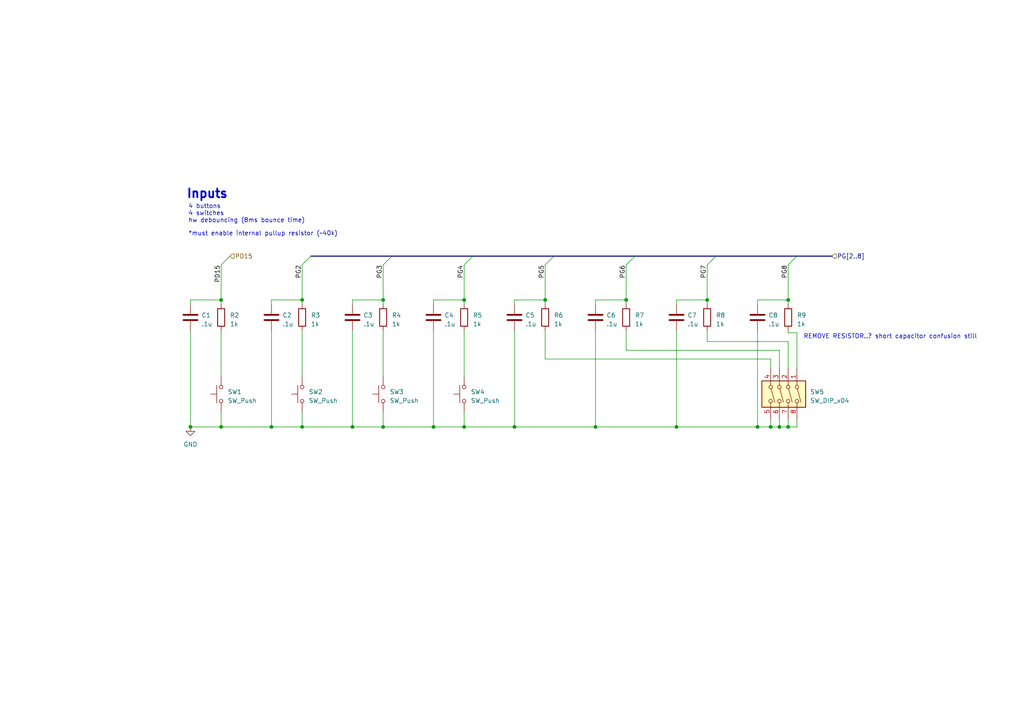
<source format=kicad_sch>
(kicad_sch (version 20230121) (generator eeschema)
  (paper "A4")
  (lib_symbols
    (symbol "Device:C" (pin_numbers hide) (pin_names (offset 0.254))
      (property "Reference" "C" (at 0.635 2.54 0))
      (property "Value" "C" (at 0.635 -2.54 0))
      (symbol "C_0_1"
        (polyline (pts (xy -2.032 -0.762) (xy 2.032 -0.762)) (stroke (width 0.508)))
        (polyline (pts (xy -2.032 0.762) (xy 2.032 0.762)) (stroke (width 0.508)))
      )
      (symbol "C_1_1"
        (pin passive line (at 0 3.81 270) (length 2.794) (name "~") (number "1"))
        (pin passive line (at 0 -3.81 90) (length 2.794) (name "~") (number "2"))
      )
    )
    (symbol "Device:R" (pin_numbers hide) (pin_names (offset 0))
      (property "Reference" "R" (at 2.032 0 90))
      (property "Value" "R" (at 0 0 90))
      (symbol "R_0_1"
        (rectangle (start -1.016 -2.54) (end 1.016 2.54) (stroke (width 0.254)))
      )
      (symbol "R_1_1"
        (pin passive line (at 0 3.81 270) (length 1.27) (name "~") (number "1"))
        (pin passive line (at 0 -3.81 90) (length 1.27) (name "~") (number "2"))
      )
    )
    (symbol "Switch:SW_DIP_x04" (pin_names (offset 0) hide)
      (property "Reference" "SW" (at 0 8.89 0))
      (property "Value" "SW_DIP_x04" (at 0 -6.35 0))
      (symbol "SW_DIP_x04_0_0"
        (circle (center -2.032 -2.54) (radius 0.508))
        (circle (center -2.032 0) (radius 0.508))
        (circle (center -2.032 2.54) (radius 0.508))
        (circle (center -2.032 5.08) (radius 0.508))
        (polyline (pts (xy -1.524 -2.3876) (xy 2.3622 -1.3462)))
        (polyline (pts (xy -1.524 0.127) (xy 2.3622 1.1684)))
        (polyline (pts (xy -1.524 2.667) (xy 2.3622 3.7084)))
        (polyline (pts (xy -1.524 5.207) (xy 2.3622 6.2484)))
        (circle (center 2.032 -2.54) (radius 0.508))
        (circle (center 2.032 0) (radius 0.508))
        (circle (center 2.032 2.54) (radius 0.508))
        (circle (center 2.032 5.08) (radius 0.508))
      )
      (symbol "SW_DIP_x04_0_1"
        (rectangle (start -3.81 7.62) (end 3.81 -5.08) (stroke (width 0.254)) (fill (type background)))
      )
      (symbol "SW_DIP_x04_1_1"
        (pin passive line (at -7.62 5.08 0) (length 5.08) (name "~") (number "1"))
        (pin passive line (at -7.62 2.54 0) (length 5.08) (name "~") (number "2"))
        (pin passive line (at -7.62 0 0) (length 5.08) (name "~") (number "3"))
        (pin passive line (at -7.62 -2.54 0) (length 5.08) (name "~") (number "4"))
        (pin passive line (at 7.62 -2.54 180) (length 5.08) (name "~") (number "5"))
        (pin passive line (at 7.62 0 180) (length 5.08) (name "~") (number "6"))
        (pin passive line (at 7.62 2.54 180) (length 5.08) (name "~") (number "7"))
        (pin passive line (at 7.62 5.08 180) (length 5.08) (name "~") (number "8"))
      )
    )
    (symbol "Switch:SW_Push" (pin_numbers hide) (pin_names (offset 1.016) hide)
      (property "Reference" "SW" (at 1.27 2.54 0))
      (property "Value" "SW_Push" (at 0 -1.524 0))
      (symbol "SW_Push_0_1"
        (circle (center -2.032 0) (radius 0.508))
        (polyline (pts (xy 0 1.27) (xy 0 3.048)))
        (polyline (pts (xy 2.54 1.27) (xy -2.54 1.27)))
        (circle (center 2.032 0) (radius 0.508))
        (pin passive line (at -5.08 0 0) (length 2.54) (name "1") (number "1"))
        (pin passive line (at 5.08 0 180) (length 2.54) (name "2") (number "2"))
      )
    )
    (symbol "power:GND" (power) (pin_names (offset 0))
      (property "Value" "GND" (at 0 -3.81 0))
      (symbol "GND_0_1"
        (polyline (pts (xy 0 0) (xy 0 -1.27) (xy 1.27 -1.27) (xy 0 -2.54) (xy -1.27 -1.27) (xy 0 -1.27)))
      )
      (symbol "GND_1_1"
        (pin power_in line (at 0 0 270) (length 0) hide (name "GND") (number "1"))
      )
    )
  )
  (junction (at 111.125 86.995))
  (junction (at 78.74 123.825))
  (junction (at 196.215 123.825))
  (junction (at 219.71 123.825))
  (junction (at 87.63 86.995))
  (junction (at 102.235 123.825))
  (junction (at 205.105 86.995))
  (junction (at 158.115 86.995))
  (junction (at 134.62 123.825))
  (junction (at 181.61 86.995))
  (junction (at 228.6 86.995))
  (junction (at 64.135 123.825))
  (junction (at 64.135 86.995))
  (junction (at 228.6 123.825))
  (junction (at 125.73 123.825))
  (junction (at 226.06 123.825))
  (junction (at 149.225 123.825))
  (junction (at 172.72 123.825))
  (junction (at 223.52 123.825))
  (junction (at 55.245 123.825))
  (junction (at 134.62 86.995))
  (junction (at 87.63 123.825))
  (junction (at 111.125 123.825))
  (bus_entry (at 184.15 74.295) (size -2.54 2.54))
  (bus_entry (at 231.14 74.295) (size -2.54 2.54))
  (bus_entry (at 137.16 74.295) (size -2.54 2.54))
  (bus_entry (at 113.665 74.295) (size -2.54 2.54))
  (bus_entry (at 207.645 74.295) (size -2.54 2.54))
  (bus_entry (at 90.17 74.295) (size -2.54 2.54))
  (bus_entry (at 160.655 74.295) (size -2.54 2.54))
  (wire (pts (xy 149.225 123.825) (xy 172.72 123.825)))
  (wire (pts (xy 223.52 106.68) (xy 223.52 104.14)))
  (wire (pts (xy 134.62 95.885) (xy 134.62 109.22)))
  (wire (pts (xy 219.71 86.995) (xy 228.6 86.995)))
  (wire (pts (xy 205.105 86.995) (xy 205.105 88.265)))
  (wire (pts (xy 55.245 123.825) (xy 64.135 123.825)))
  (wire (pts (xy 111.125 119.38) (xy 111.125 123.825)))
  (wire (pts (xy 64.135 95.885) (xy 64.135 109.22)))
  (wire (pts (xy 149.225 95.885) (xy 149.225 123.825)))
  (wire (pts (xy 228.6 123.825) (xy 226.06 123.825)))
  (wire (pts (xy 102.235 95.885) (xy 102.235 123.825)))
  (wire (pts (xy 134.62 119.38) (xy 134.62 123.825)))
  (wire (pts (xy 158.115 76.835) (xy 158.115 86.995)))
  (wire (pts (xy 228.6 99.06) (xy 205.105 99.06)))
  (wire (pts (xy 55.245 86.995) (xy 64.135 86.995)))
  (wire (pts (xy 78.74 123.825) (xy 87.63 123.825)))
  (wire (pts (xy 64.135 119.38) (xy 64.135 123.825)))
  (wire (pts (xy 78.74 95.885) (xy 78.74 123.825)))
  (wire (pts (xy 228.6 96.52) (xy 231.14 96.52)))
  (wire (pts (xy 64.135 76.835) (xy 66.675 74.295)))
  (wire (pts (xy 111.125 86.995) (xy 111.125 88.265)))
  (wire (pts (xy 64.135 86.995) (xy 64.135 88.265)))
  (wire (pts (xy 228.6 121.92) (xy 228.6 123.825)))
  (wire (pts (xy 111.125 95.885) (xy 111.125 109.22)))
  (wire (pts (xy 158.115 104.14) (xy 158.115 95.885)))
  (bus (pts (xy 231.14 74.295) (xy 241.3 74.295)))
  (wire (pts (xy 181.61 86.995) (xy 181.61 88.265)))
  (wire (pts (xy 223.52 123.825) (xy 219.71 123.825)))
  (wire (pts (xy 78.74 86.995) (xy 87.63 86.995)))
  (wire (pts (xy 231.14 96.52) (xy 231.14 106.68)))
  (wire (pts (xy 102.235 86.995) (xy 102.235 88.265)))
  (wire (pts (xy 231.14 123.825) (xy 228.6 123.825)))
  (bus (pts (xy 184.15 74.295) (xy 207.645 74.295)))
  (wire (pts (xy 226.06 106.68) (xy 226.06 101.6)))
  (bus (pts (xy 160.655 74.295) (xy 184.15 74.295)))
  (wire (pts (xy 226.06 123.825) (xy 223.52 123.825)))
  (wire (pts (xy 223.52 104.14) (xy 158.115 104.14)))
  (wire (pts (xy 226.06 121.92) (xy 226.06 123.825)))
  (wire (pts (xy 125.73 86.995) (xy 125.73 88.265)))
  (wire (pts (xy 219.71 123.825) (xy 196.215 123.825)))
  (wire (pts (xy 181.61 95.885) (xy 181.61 101.6)))
  (wire (pts (xy 125.73 95.885) (xy 125.73 123.825)))
  (wire (pts (xy 87.63 86.995) (xy 87.63 88.265)))
  (wire (pts (xy 125.73 123.825) (xy 134.62 123.825)))
  (bus (pts (xy 137.16 74.295) (xy 160.655 74.295)))
  (wire (pts (xy 149.225 86.995) (xy 149.225 88.265)))
  (wire (pts (xy 196.215 95.885) (xy 196.215 123.825)))
  (wire (pts (xy 64.135 123.825) (xy 78.74 123.825)))
  (wire (pts (xy 111.125 123.825) (xy 125.73 123.825)))
  (wire (pts (xy 172.72 86.995) (xy 181.61 86.995)))
  (wire (pts (xy 205.105 76.835) (xy 205.105 86.995)))
  (bus (pts (xy 113.665 74.295) (xy 137.16 74.295)))
  (wire (pts (xy 134.62 123.825) (xy 149.225 123.825)))
  (wire (pts (xy 228.6 106.68) (xy 228.6 99.06)))
  (wire (pts (xy 78.74 86.995) (xy 78.74 88.265)))
  (wire (pts (xy 181.61 76.835) (xy 181.61 86.995)))
  (wire (pts (xy 102.235 123.825) (xy 111.125 123.825)))
  (wire (pts (xy 87.63 76.835) (xy 87.63 86.995)))
  (wire (pts (xy 172.72 95.885) (xy 172.72 123.825)))
  (wire (pts (xy 196.215 86.995) (xy 205.105 86.995)))
  (wire (pts (xy 219.71 86.995) (xy 219.71 88.265)))
  (wire (pts (xy 226.06 101.6) (xy 181.61 101.6)))
  (wire (pts (xy 172.72 123.825) (xy 196.215 123.825)))
  (wire (pts (xy 219.71 95.885) (xy 219.71 123.825)))
  (wire (pts (xy 158.115 86.995) (xy 158.115 88.265)))
  (wire (pts (xy 87.63 119.38) (xy 87.63 123.825)))
  (wire (pts (xy 228.6 96.52) (xy 228.6 95.885)))
  (wire (pts (xy 205.105 95.885) (xy 205.105 99.06)))
  (wire (pts (xy 55.245 86.995) (xy 55.245 88.265)))
  (wire (pts (xy 64.135 76.835) (xy 64.135 86.995)))
  (wire (pts (xy 134.62 86.995) (xy 134.62 88.265)))
  (wire (pts (xy 223.52 121.92) (xy 223.52 123.825)))
  (wire (pts (xy 55.245 95.885) (xy 55.245 123.825)))
  (wire (pts (xy 231.14 121.92) (xy 231.14 123.825)))
  (bus (pts (xy 90.17 74.295) (xy 113.665 74.295)))
  (wire (pts (xy 228.6 76.835) (xy 228.6 86.995)))
  (wire (pts (xy 172.72 86.995) (xy 172.72 88.265)))
  (bus (pts (xy 207.645 74.295) (xy 231.14 74.295)))
  (wire (pts (xy 87.63 95.885) (xy 87.63 109.22)))
  (wire (pts (xy 87.63 123.825) (xy 102.235 123.825)))
  (wire (pts (xy 111.125 76.835) (xy 111.125 86.995)))
  (wire (pts (xy 102.235 86.995) (xy 111.125 86.995)))
  (wire (pts (xy 149.225 86.995) (xy 158.115 86.995)))
  (wire (pts (xy 228.6 86.995) (xy 228.6 88.265)))
  (wire (pts (xy 134.62 76.835) (xy 134.62 86.995)))
  (wire (pts (xy 125.73 86.995) (xy 134.62 86.995)))
  (wire (pts (xy 196.215 86.995) (xy 196.215 88.265)))
  (text "*must enable internal pullup resistor (~40k)" (at 54.61 68.58 0) (effects (font (size 1.27 1.27)) (justify left bottom)))
  (text "Inputs" (at 53.975 57.785 0) (effects (font (size 2.54 2.54) (thickness 0.508) bold) (justify left bottom)))
  (text "REMOVE RESISTOR..? short capacitor confusion still" (at 233.045 98.425 0) (effects (font (size 1.27 1.27)) (justify left bottom)))
  (text "4 buttons\n4 switches\nhw debouncing (8ms bounce time)" (at 54.61 64.77 0) (effects (font (size 1.27 1.27)) (justify left bottom)))
  (label "PG3" (at 111.125 76.835 270))
  (label "PD15" (at 64.135 76.835 270))
  (label "PG8" (at 228.6 76.835 270))
  (label "PG5" (at 158.115 76.835 270))
  (label "PG6" (at 181.61 76.835 270))
  (label "PG4" (at 134.62 76.835 270))
  (label "PG2" (at 87.63 76.835 270))
  (label "PG7" (at 205.105 76.835 270))
  (hierarchical_label "PG[2..8]" (shape input) (at 241.3 74.295 0))
  (hierarchical_label "PD15" (shape input) (at 66.675 74.295 0))
  (symbol (lib_id "Device:R") (at 158.115 92.075 0) (unit 1)
    (property "Reference" "R6" (at 160.655 91.44 0) (effects (justify left)))
    (property "Value" "1k" (at 160.655 93.98 0) (effects (justify left)))
    (property "Footprint" "Resistor_SMD:R_0805_2012Metric" (effects hide))
    (property "Datasheet" "https://www.mouser.com/datasheet/2/427/dcrcwe3-1762152.pdf" (effects hide))
    (property "P/N" "CRCW08051K00FKEA" (effects hide))
    (instances (project "Telemetry-LeaderDaughterboard" (path "" (reference "R6") (unit 1))) (project "Telemetry-Primary" (path "" (reference "R40") (unit 1))))
  )
  (symbol (lib_id "Device:R") (at 111.125 92.075 0) (unit 1)
    (property "Reference" "R4" (at 113.665 91.44 0) (effects (justify left)))
    (property "Value" "1k" (at 113.665 93.98 0) (effects (justify left)))
    (property "Footprint" "Resistor_SMD:R_0805_2012Metric" (effects hide))
    (property "Datasheet" "https://www.mouser.com/datasheet/2/427/dcrcwe3-1762152.pdf" (effects hide))
    (property "P/N" "CRCW08051K00FKEA" (effects hide))
    (instances (project "Telemetry-LeaderDaughterboard" (path "" (reference "R4") (unit 1))) (project "Telemetry-Primary" (path "" (reference "R45") (unit 1))))
  )
  (symbol (lib_id "Device:R") (at 228.6 92.075 0) (unit 1)
    (property "Reference" "R9" (at 231.14 91.44 0) (effects (justify left)))
    (property "Value" "1k" (at 231.14 93.98 0) (effects (justify left)))
    (property "Footprint" "Resistor_SMD:R_0805_2012Metric" (effects hide))
    (property "Datasheet" "https://www.mouser.com/datasheet/2/427/dcrcwe3-1762152.pdf" (effects hide))
    (property "P/N" "CRCW08051K00FKEA" (effects hide))
    (instances (project "Telemetry-LeaderDaughterboard" (path "" (reference "R9") (unit 1))) (project "Telemetry-Primary" (path "" (reference "R37") (unit 1))))
  )
  (symbol (lib_id "Device:C") (at 55.245 92.075 0) (unit 1)
    (property "Reference" "C1" (at 58.42 91.44 0) (effects (justify left)))
    (property "Value" ".1u" (at 58.42 93.98 0) (effects (justify left)))
    (property "Footprint" "Capacitor_SMD:C_0805_2012Metric" (effects hide))
    (property "Datasheet" "https://www.mouser.com/datasheet/2/40/AVX_X7RDielectric_777024-1853642.pdf" (effects hide))
    (property "P/N" "0805YC106KAT2A" (effects hide))
    (instances (project "Telemetry-LeaderDaughterboard" (path "" (reference "C1") (unit 1))) (project "Telemetry-Primary" (path "" (reference "C68") (unit 1))))
  )
  (symbol (lib_id "Device:C") (at 219.71 92.075 0) (unit 1)
    (property "Reference" "C8" (at 222.885 91.44 0) (effects (justify left)))
    (property "Value" ".1u" (at 222.885 93.98 0) (effects (justify left)))
    (property "Footprint" "Capacitor_SMD:C_0805_2012Metric" (effects hide))
    (property "Datasheet" "https://www.mouser.com/datasheet/2/40/AVX_X7RDielectric_777024-1853642.pdf" (effects hide))
    (property "P/N" "0805YC106KAT2A" (effects hide))
    (instances (project "Telemetry-LeaderDaughterboard" (path "" (reference "C8") (unit 1))) (project "Telemetry-Primary" (path "" (reference "C56") (unit 1))))
  )
  (symbol (lib_id "Device:C") (at 102.235 92.075 0) (unit 1)
    (property "Reference" "C3" (at 105.41 91.44 0) (effects (justify left)))
    (property "Value" ".1u" (at 105.41 93.98 0) (effects (justify left)))
    (property "Footprint" "Capacitor_SMD:C_0805_2012Metric" (effects hide))
    (property "Datasheet" "https://www.mouser.com/datasheet/2/40/AVX_X7RDielectric_777024-1853642.pdf" (effects hide))
    (property "P/N" "0805YC106KAT2A" (effects hide))
    (instances (project "Telemetry-LeaderDaughterboard" (path "" (reference "C3") (unit 1))) (project "Telemetry-Primary" (path "" (reference "C67") (unit 1))))
  )
  (symbol (lib_id "Device:R") (at 205.105 92.075 0) (unit 1)
    (property "Reference" "R8" (at 207.645 91.44 0) (effects (justify left)))
    (property "Value" "1k" (at 207.645 93.98 0) (effects (justify left)))
    (property "Footprint" "Resistor_SMD:R_0805_2012Metric" (effects hide))
    (property "Datasheet" "https://www.mouser.com/datasheet/2/427/dcrcwe3-1762152.pdf" (effects hide))
    (property "P/N" "CRCW08051K00FKEA" (effects hide))
    (instances (project "Telemetry-LeaderDaughterboard" (path "" (reference "R8") (unit 1))) (project "Telemetry-Primary" (path "" (reference "R38") (unit 1))))
  )
  (symbol (lib_id "Device:C") (at 125.73 92.075 0) (unit 1)
    (property "Reference" "C4" (at 128.905 91.44 0) (effects (justify left)))
    (property "Value" ".1u" (at 128.905 93.98 0) (effects (justify left)))
    (property "Footprint" "Capacitor_SMD:C_0805_2012Metric" (effects hide))
    (property "Datasheet" "https://www.mouser.com/datasheet/2/40/AVX_X7RDielectric_777024-1853642.pdf" (effects hide))
    (property "P/N" "0805YC106KAT2A" (effects hide))
    (instances (project "Telemetry-LeaderDaughterboard" (path "" (reference "C4") (unit 1))) (project "Telemetry-Primary" (path "" (reference "C62") (unit 1))))
  )
  (symbol (lib_id "Device:C") (at 196.215 92.075 0) (unit 1)
    (property "Reference" "C7" (at 199.39 91.44 0) (effects (justify left)))
    (property "Value" ".1u" (at 199.39 93.98 0) (effects (justify left)))
    (property "Footprint" "Capacitor_SMD:C_0805_2012Metric" (effects hide))
    (property "Datasheet" "https://www.mouser.com/datasheet/2/40/AVX_X7RDielectric_777024-1853642.pdf" (effects hide))
    (property "P/N" "0805YC106KAT2A" (effects hide))
    (instances (project "Telemetry-LeaderDaughterboard" (path "" (reference "C7") (unit 1))) (project "Telemetry-Primary" (path "" (reference "C57") (unit 1))))
  )
  (symbol (lib_id "Switch:SW_Push") (at 134.62 114.3 90) (unit 1)
    (property "Reference" "SW4" (at 136.525 113.665 90) (effects (justify right)))
    (property "Value" "SW_Push" (at 136.525 116.205 90) (effects (justify right)))
    (property "Footprint" "UTSVT_Special:SW_SPST_B3SL-1002P" (effects hide))
    (property "Datasheet" "https://www.mouser.com/datasheet/2/307/en-b3sl-1093544.pdf" (effects hide))
    (property "P/N" "EVQ-7Q203W or B3SL-1002P" (effects hide))
    (instances (project "Telemetry-LeaderDaughterboard" (path "" (reference "SW4") (unit 1))) (project "Telemetry-Primary" (path "" (reference "SW5") (unit 1))))
  )
  (symbol (lib_id "Device:R") (at 64.135 92.075 0) (unit 1)
    (property "Reference" "R2" (at 66.675 91.44 0) (effects (justify left)))
    (property "Value" "1k" (at 66.675 93.98 0) (effects (justify left)))
    (property "Footprint" "Resistor_SMD:R_0805_2012Metric" (effects hide))
    (property "Datasheet" "https://www.mouser.com/datasheet/2/427/dcrcwe3-1762152.pdf" (effects hide))
    (property "P/N" "CRCW08051K00FKEA" (effects hide))
    (instances (project "Telemetry-LeaderDaughterboard" (path "" (reference "R2") (unit 1))) (project "Telemetry-Primary" (path "" (reference "R46") (unit 1))))
  )
  (symbol (lib_id "Switch:SW_DIP_x04") (at 226.06 114.3 270) (unit 1)
    (property "Reference" "SW5" (at 234.95 113.665 90) (effects (justify left)))
    (property "Value" "SW_DIP_x04" (at 234.95 116.205 90) (effects (justify left)))
    (property "Footprint" "Button_Switch_SMD:SW_DIP_SPSTx04_Slide_6.7x11.72mm_W8.61mm_P2.54mm_LowProfile" (effects hide))
    (property "Datasheet" "https://www.mouser.com/datasheet/2/96/219-1144706.pdf" (effects hide))
    (property "P/N" "219-4LPST" (effects hide))
    (instances (project "Telemetry-LeaderDaughterboard" (path "" (reference "SW5") (unit 1))) (project "Telemetry-Primary" (path "" (reference "SW3") (unit 1))))
  )
  (symbol (lib_id "Device:R") (at 181.61 92.075 0) (unit 1)
    (property "Reference" "R7" (at 184.15 91.44 0) (effects (justify left)))
    (property "Value" "1k" (at 184.15 93.98 0) (effects (justify left)))
    (property "Footprint" "Resistor_SMD:R_0805_2012Metric" (effects hide))
    (property "Datasheet" "https://www.mouser.com/datasheet/2/427/dcrcwe3-1762152.pdf" (effects hide))
    (property "P/N" "CRCW08051K00FKEA" (effects hide))
    (instances (project "Telemetry-LeaderDaughterboard" (path "" (reference "R7") (unit 1))) (project "Telemetry-Primary" (path "" (reference "R39") (unit 1))))
  )
  (symbol (lib_id "Switch:SW_Push") (at 111.125 114.3 90) (unit 1)
    (property "Reference" "SW3" (at 113.03 113.665 90) (effects (justify right)))
    (property "Value" "SW_Push" (at 113.03 116.205 90) (effects (justify right)))
    (property "Footprint" "UTSVT_Special:SW_SPST_B3SL-1002P" (effects hide))
    (property "Datasheet" "https://www.mouser.com/datasheet/2/307/en-b3sl-1093544.pdf" (effects hide))
    (property "P/N" "EVQ-7Q203W or B3SL-1002P" (effects hide))
    (instances (project "Telemetry-LeaderDaughterboard" (path "" (reference "SW3") (unit 1))) (project "Telemetry-Primary" (path "" (reference "SW7") (unit 1))))
  )
  (symbol (lib_id "power:GND") (at 55.245 123.825 0) (unit 1)
    (property "Reference" "#PWR010" (effects hide))
    (property "Value" "GND" (at 55.245 128.905 0))
    (instances (project "Telemetry-LeaderDaughterboard" (path "" (reference "#PWR010") (unit 1))) (project "Telemetry-Primary" (path "" (reference "#PWR04") (unit 1))))
  )
  (symbol (lib_id "Device:C") (at 78.74 92.075 0) (unit 1)
    (property "Reference" "C2" (at 81.915 91.44 0) (effects (justify left)))
    (property "Value" ".1u" (at 81.915 93.98 0) (effects (justify left)))
    (property "Footprint" "Capacitor_SMD:C_0805_2012Metric" (effects hide))
    (property "Datasheet" "https://www.mouser.com/datasheet/2/40/AVX_X7RDielectric_777024-1853642.pdf" (effects hide))
    (property "P/N" "0805YC106KAT2A" (effects hide))
    (instances (project "Telemetry-LeaderDaughterboard" (path "" (reference "C2") (unit 1))) (project "Telemetry-Primary" (path "" (reference "C63") (unit 1))))
  )
  (symbol (lib_id "Device:R") (at 87.63 92.075 0) (unit 1)
    (property "Reference" "R3" (at 90.17 91.44 0) (effects (justify left)))
    (property "Value" "1k" (at 90.17 93.98 0) (effects (justify left)))
    (property "Footprint" "Resistor_SMD:R_0805_2012Metric" (effects hide))
    (property "Datasheet" "https://www.mouser.com/datasheet/2/427/dcrcwe3-1762152.pdf" (effects hide))
    (property "P/N" "CRCW08051K00FKEA" (effects hide))
    (instances (project "Telemetry-LeaderDaughterboard" (path "" (reference "R3") (unit 1))) (project "Telemetry-Primary" (path "" (reference "R42") (unit 1))))
  )
  (symbol (lib_id "Device:C") (at 172.72 92.075 0) (unit 1)
    (property "Reference" "C6" (at 175.895 91.44 0) (effects (justify left)))
    (property "Value" ".1u" (at 175.895 93.98 0) (effects (justify left)))
    (property "Footprint" "Capacitor_SMD:C_0805_2012Metric" (effects hide))
    (property "Datasheet" "https://www.mouser.com/datasheet/2/40/AVX_X7RDielectric_777024-1853642.pdf" (effects hide))
    (property "P/N" "0805YC106KAT2A" (effects hide))
    (instances (project "Telemetry-LeaderDaughterboard" (path "" (reference "C6") (unit 1))) (project "Telemetry-Primary" (path "" (reference "C58") (unit 1))))
  )
  (symbol (lib_id "Device:R") (at 134.62 92.075 0) (unit 1)
    (property "Reference" "R5" (at 137.16 91.44 0) (effects (justify left)))
    (property "Value" "1k" (at 137.16 93.98 0) (effects (justify left)))
    (property "Footprint" "Resistor_SMD:R_0805_2012Metric" (effects hide))
    (property "Datasheet" "https://www.mouser.com/datasheet/2/427/dcrcwe3-1762152.pdf" (effects hide))
    (property "P/N" "CRCW08051K00FKEA" (effects hide))
    (instances (project "Telemetry-LeaderDaughterboard" (path "" (reference "R5") (unit 1))) (project "Telemetry-Primary" (path "" (reference "R41") (unit 1))))
  )
  (symbol (lib_id "Device:C") (at 149.225 92.075 0) (unit 1)
    (property "Reference" "C5" (at 152.4 91.44 0) (effects (justify left)))
    (property "Value" ".1u" (at 152.4 93.98 0) (effects (justify left)))
    (property "Footprint" "Capacitor_SMD:C_0805_2012Metric" (effects hide))
    (property "Datasheet" "https://www.mouser.com/datasheet/2/40/AVX_X7RDielectric_777024-1853642.pdf" (effects hide))
    (property "P/N" "0805YC106KAT2A" (effects hide))
    (instances (project "Telemetry-LeaderDaughterboard" (path "" (reference "C5") (unit 1))) (project "Telemetry-Primary" (path "" (reference "C60") (unit 1))))
  )
  (symbol (lib_id "Switch:SW_Push") (at 64.135 114.3 90) (unit 1)
    (property "Reference" "SW1" (at 66.04 113.665 90) (effects (justify right)))
    (property "Value" "SW_Push" (at 66.04 116.205 90) (effects (justify right)))
    (property "Footprint" "UTSVT_Special:SW_SPST_B3SL-1002P" (effects hide))
    (property "Datasheet" "https://www.mouser.com/datasheet/2/307/en-b3sl-1093544.pdf" (effects hide))
    (property "P/N" "EVQ-7Q203W or B3SL-1002P" (effects hide))
    (instances (project "Telemetry-LeaderDaughterboard" (path "" (reference "SW1") (unit 1))) (project "Telemetry-Primary" (path "" (reference "SW6") (unit 1))))
  )
  (symbol (lib_id "Switch:SW_Push") (at 87.63 114.3 90) (unit 1)
    (property "Reference" "SW2" (at 89.535 113.665 90) (effects (justify right)))
    (property "Value" "SW_Push" (at 89.535 116.205 90) (effects (justify right)))
    (property "Footprint" "UTSVT_Special:SW_SPST_B3SL-1002P" (effects hide))
    (property "Datasheet" "https://www.mouser.com/datasheet/2/307/en-b3sl-1093544.pdf" (effects hide))
    (property "P/N" "EVQ-7Q203W or B3SL-1002P" (effects hide))
    (instances (project "Telemetry-LeaderDaughterboard" (path "" (reference "SW2") (unit 1))) (project "Telemetry-Primary" (path "" (reference "SW4") (unit 1))))
  )
)
</source>
